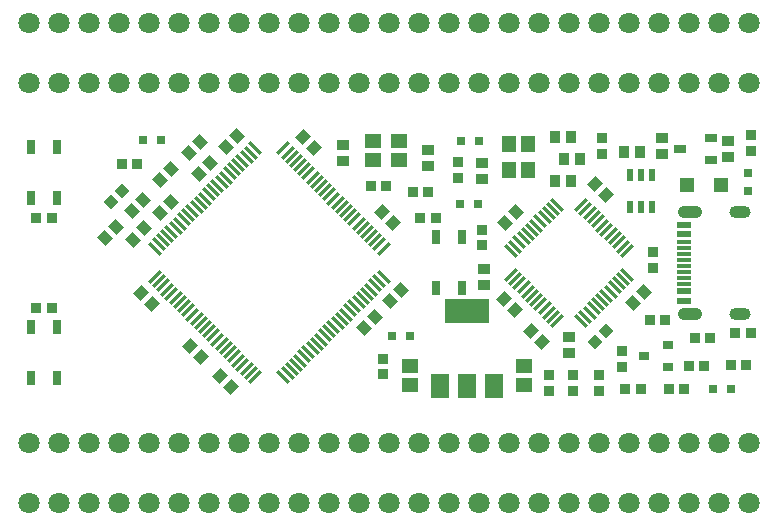
<source format=gbr>
%TF.GenerationSoftware,Altium Limited,Altium Designer,19.0.15 (446)*%
G04 Layer_Color=255*
%FSLAX45Y45*%
%MOMM*%
%TF.FileFunction,Pads,Top*%
%TF.Part,Single*%
G01*
G75*
%TA.AperFunction,SMDPad,CuDef*%
%ADD10R,1.00000X0.90000*%
%ADD11R,1.00000X0.70000*%
%ADD12R,0.85000X0.95000*%
%ADD13R,0.60000X1.00000*%
%ADD14R,0.90000X1.00000*%
G04:AMPARAMS|DCode=15|XSize=0.3mm|YSize=1.4mm|CornerRadius=0mm|HoleSize=0mm|Usage=FLASHONLY|Rotation=45.000|XOffset=0mm|YOffset=0mm|HoleType=Round|Shape=Rectangle|*
%AMROTATEDRECTD15*
4,1,4,0.38891,-0.60104,-0.60104,0.38891,-0.38891,0.60104,0.60104,-0.38891,0.38891,-0.60104,0.0*
%
%ADD15ROTATEDRECTD15*%

G04:AMPARAMS|DCode=16|XSize=0.3mm|YSize=1.4mm|CornerRadius=0mm|HoleSize=0mm|Usage=FLASHONLY|Rotation=315.000|XOffset=0mm|YOffset=0mm|HoleType=Round|Shape=Rectangle|*
%AMROTATEDRECTD16*
4,1,4,-0.60104,-0.38891,0.38891,0.60104,0.60104,0.38891,-0.38891,-0.60104,-0.60104,-0.38891,0.0*
%
%ADD16ROTATEDRECTD16*%

%ADD17R,0.95000X0.85000*%
%ADD18R,1.15000X1.40000*%
G04:AMPARAMS|DCode=19|XSize=0.95mm|YSize=0.85mm|CornerRadius=0mm|HoleSize=0mm|Usage=FLASHONLY|Rotation=135.000|XOffset=0mm|YOffset=0mm|HoleType=Round|Shape=Rectangle|*
%AMROTATEDRECTD19*
4,1,4,0.63640,-0.03535,0.03535,-0.63640,-0.63640,0.03535,-0.03535,0.63640,0.63640,-0.03535,0.0*
%
%ADD19ROTATEDRECTD19*%

%TA.AperFunction,ConnectorPad*%
%ADD20R,1.30000X0.60000*%
%ADD21R,1.30000X0.30000*%
%TA.AperFunction,SMDPad,CuDef*%
%ADD22R,0.90000X0.80000*%
%ADD23R,0.80000X0.80000*%
%ADD24R,0.80000X0.80000*%
G04:AMPARAMS|DCode=25|XSize=1mm|YSize=0.9mm|CornerRadius=0mm|HoleSize=0mm|Usage=FLASHONLY|Rotation=225.000|XOffset=0mm|YOffset=0mm|HoleType=Round|Shape=Rectangle|*
%AMROTATEDRECTD25*
4,1,4,0.03535,0.67175,0.67175,0.03535,-0.03535,-0.67175,-0.67175,-0.03535,0.03535,0.67175,0.0*
%
%ADD25ROTATEDRECTD25*%

G04:AMPARAMS|DCode=26|XSize=1mm|YSize=0.9mm|CornerRadius=0mm|HoleSize=0mm|Usage=FLASHONLY|Rotation=315.000|XOffset=0mm|YOffset=0mm|HoleType=Round|Shape=Rectangle|*
%AMROTATEDRECTD26*
4,1,4,-0.67175,0.03535,-0.03535,0.67175,0.67175,-0.03535,0.03535,-0.67175,-0.67175,0.03535,0.0*
%
%ADD26ROTATEDRECTD26*%

%ADD27R,1.20000X1.20000*%
%ADD28R,1.20000X1.20000*%
%ADD29R,1.40000X1.15000*%
%ADD30R,3.80000X2.00000*%
%ADD31R,1.50000X2.00000*%
%ADD32R,1.40000X1.30000*%
%ADD33R,0.65000X1.20000*%
%TA.AperFunction,ComponentPad*%
%ADD39C,1.80000*%
G04:AMPARAMS|DCode=40|XSize=1mm|YSize=1.8mm|CornerRadius=0.5mm|HoleSize=0mm|Usage=FLASHONLY|Rotation=90.000|XOffset=0mm|YOffset=0mm|HoleType=Round|Shape=RoundedRectangle|*
%AMROUNDEDRECTD40*
21,1,1.00000,0.80000,0,0,90.0*
21,1,0.00000,1.80000,0,0,90.0*
1,1,1.00000,0.40000,0.00000*
1,1,1.00000,0.40000,0.00000*
1,1,1.00000,-0.40000,0.00000*
1,1,1.00000,-0.40000,0.00000*
%
%ADD40ROUNDEDRECTD40*%
G04:AMPARAMS|DCode=41|XSize=1mm|YSize=2.1mm|CornerRadius=0.5mm|HoleSize=0mm|Usage=FLASHONLY|Rotation=90.000|XOffset=0mm|YOffset=0mm|HoleType=Round|Shape=RoundedRectangle|*
%AMROUNDEDRECTD41*
21,1,1.00000,1.10000,0,0,90.0*
21,1,0.00000,2.10000,0,0,90.0*
1,1,1.00000,0.55000,0.00000*
1,1,1.00000,0.55000,0.00000*
1,1,1.00000,-0.55000,0.00000*
1,1,1.00000,-0.55000,0.00000*
%
%ADD41ROUNDEDRECTD41*%
D10*
X12268200Y8009700D02*
D03*
Y8144700D02*
D03*
X11709400Y8170100D02*
D03*
Y8035100D02*
D03*
X10185400Y7825481D02*
D03*
Y7960481D02*
D03*
X10922000Y6352100D02*
D03*
Y6487100D02*
D03*
X9004300Y8106600D02*
D03*
Y7971600D02*
D03*
X9728200Y7933500D02*
D03*
Y8068500D02*
D03*
X10198100Y6924292D02*
D03*
Y7059292D02*
D03*
D11*
X12118800Y7982200D02*
D03*
Y8172200D02*
D03*
X11858800Y8077200D02*
D03*
D12*
X11606300Y6629400D02*
D03*
X11736300D02*
D03*
X11893750Y6045200D02*
D03*
X11763750D02*
D03*
X11987300Y6477000D02*
D03*
X12117300D02*
D03*
X11936500Y6235700D02*
D03*
X12066500D02*
D03*
X12330200Y6515100D02*
D03*
X12460200D02*
D03*
X12292100Y6248400D02*
D03*
X12422100D02*
D03*
X11528639Y6045200D02*
D03*
X11398639D02*
D03*
X9374100Y7759700D02*
D03*
X9244100D02*
D03*
X9729700Y7708900D02*
D03*
X9599700D02*
D03*
X7135900Y7950200D02*
D03*
X7265900D02*
D03*
X9663200Y7493000D02*
D03*
X9793200D02*
D03*
X6542000Y6731000D02*
D03*
X6412000D02*
D03*
X6542000Y7493000D02*
D03*
X6412000D02*
D03*
D13*
X11626600Y7584100D02*
D03*
X11531600D02*
D03*
X11436600D02*
D03*
Y7859100D02*
D03*
X11531600D02*
D03*
X11626600D02*
D03*
D14*
X11522900Y8051800D02*
D03*
X11387900D02*
D03*
X10879900Y7988300D02*
D03*
X11014900D02*
D03*
X10938700Y8178800D02*
D03*
X10803700D02*
D03*
X10938700Y7804150D02*
D03*
X10803700D02*
D03*
D15*
X10819470Y7603439D02*
D03*
X10784114Y7568084D02*
D03*
X10748759Y7532728D02*
D03*
X10713404Y7497373D02*
D03*
X10678048Y7462018D02*
D03*
X10642693Y7426662D02*
D03*
X10607337Y7391307D02*
D03*
X10571982Y7355952D02*
D03*
X10536627Y7320596D02*
D03*
X10501271Y7285241D02*
D03*
X10465916Y7249886D02*
D03*
X10430561Y7214530D02*
D03*
X11024531Y6620561D02*
D03*
X11059886Y6655916D02*
D03*
X11095241Y6691271D02*
D03*
X11130597Y6726627D02*
D03*
X11165952Y6761982D02*
D03*
X11201307Y6797337D02*
D03*
X11236663Y6832693D02*
D03*
X11272018Y6868048D02*
D03*
X11307373Y6903403D02*
D03*
X11342729Y6938759D02*
D03*
X11378084Y6974114D02*
D03*
X11413439Y7009469D02*
D03*
X9350736Y6991792D02*
D03*
X9315381Y6956436D02*
D03*
X9280026Y6921081D02*
D03*
X9244670Y6885726D02*
D03*
X9209315Y6850371D02*
D03*
X9173960Y6815015D02*
D03*
X9138604Y6779660D02*
D03*
X9103249Y6744305D02*
D03*
X9067894Y6708949D02*
D03*
X9032538Y6673594D02*
D03*
X8997183Y6638238D02*
D03*
X8961827Y6602883D02*
D03*
X8926472Y6567528D02*
D03*
X8891117Y6532173D02*
D03*
X8855762Y6496817D02*
D03*
X8820406Y6461462D02*
D03*
X8785051Y6426106D02*
D03*
X8749695Y6390751D02*
D03*
X8714340Y6355396D02*
D03*
X8678985Y6320040D02*
D03*
X8643629Y6284685D02*
D03*
X8608274Y6249330D02*
D03*
X8572919Y6213974D02*
D03*
X8537564Y6178619D02*
D03*
X8502208Y6143264D02*
D03*
X7413264Y7232208D02*
D03*
X7448619Y7267564D02*
D03*
X7483974Y7302919D02*
D03*
X7519330Y7338274D02*
D03*
X7554685Y7373629D02*
D03*
X7590040Y7408985D02*
D03*
X7625396Y7444340D02*
D03*
X7660751Y7479695D02*
D03*
X7696106Y7515051D02*
D03*
X7731462Y7550406D02*
D03*
X7766817Y7585762D02*
D03*
X7802173Y7621117D02*
D03*
X7837528Y7656472D02*
D03*
X7872883Y7691827D02*
D03*
X7908238Y7727183D02*
D03*
X7943594Y7762538D02*
D03*
X7978949Y7797894D02*
D03*
X8014305Y7833249D02*
D03*
X8049660Y7868604D02*
D03*
X8085015Y7903960D02*
D03*
X8120371Y7939315D02*
D03*
X8155726Y7974670D02*
D03*
X8191081Y8010026D02*
D03*
X8226436Y8045381D02*
D03*
X8261792Y8080736D02*
D03*
D16*
X10430561Y7009469D02*
D03*
X10465916Y6974114D02*
D03*
X10501271Y6938759D02*
D03*
X10536627Y6903403D02*
D03*
X10571982Y6868048D02*
D03*
X10607337Y6832693D02*
D03*
X10642693Y6797337D02*
D03*
X10678048Y6761982D02*
D03*
X10713403Y6726627D02*
D03*
X10748759Y6691271D02*
D03*
X10784114Y6655916D02*
D03*
X10819469Y6620561D02*
D03*
X11413439Y7214530D02*
D03*
X11378084Y7249886D02*
D03*
X11342729Y7285241D02*
D03*
X11307373Y7320596D02*
D03*
X11272018Y7355952D02*
D03*
X11236663Y7391307D02*
D03*
X11201307Y7426662D02*
D03*
X11165952Y7462018D02*
D03*
X11130596Y7497373D02*
D03*
X11095241Y7532728D02*
D03*
X11059886Y7568084D02*
D03*
X11024530Y7603439D02*
D03*
X8502208Y8080736D02*
D03*
X8537564Y8045381D02*
D03*
X8572919Y8010026D02*
D03*
X8608274Y7974670D02*
D03*
X8643629Y7939315D02*
D03*
X8678985Y7903960D02*
D03*
X8714340Y7868604D02*
D03*
X8749695Y7833249D02*
D03*
X8785051Y7797894D02*
D03*
X8820406Y7762538D02*
D03*
X8855762Y7727183D02*
D03*
X8891117Y7691827D02*
D03*
X8926472Y7656472D02*
D03*
X8961827Y7621117D02*
D03*
X8997183Y7585762D02*
D03*
X9032538Y7550406D02*
D03*
X9067894Y7515051D02*
D03*
X9103249Y7479695D02*
D03*
X9138604Y7444340D02*
D03*
X9173960Y7408985D02*
D03*
X9209315Y7373629D02*
D03*
X9244670Y7338274D02*
D03*
X9280026Y7302919D02*
D03*
X9315381Y7267564D02*
D03*
X9350736Y7232208D02*
D03*
X8261792Y6143264D02*
D03*
X8226436Y6178619D02*
D03*
X8191081Y6213974D02*
D03*
X8155726Y6249330D02*
D03*
X8120371Y6284685D02*
D03*
X8085015Y6320040D02*
D03*
X8049660Y6355396D02*
D03*
X8014305Y6390751D02*
D03*
X7978949Y6426106D02*
D03*
X7943594Y6461462D02*
D03*
X7908238Y6496817D02*
D03*
X7872883Y6532173D02*
D03*
X7837528Y6567528D02*
D03*
X7802173Y6602883D02*
D03*
X7766817Y6638238D02*
D03*
X7731462Y6673594D02*
D03*
X7696106Y6708949D02*
D03*
X7660751Y6744305D02*
D03*
X7625396Y6779660D02*
D03*
X7590040Y6815015D02*
D03*
X7554685Y6850371D02*
D03*
X7519330Y6885726D02*
D03*
X7483974Y6921081D02*
D03*
X7448619Y6956436D02*
D03*
X7413264Y6991792D02*
D03*
D17*
X11201307Y8167600D02*
D03*
Y8037600D02*
D03*
X11176000Y6031000D02*
D03*
Y6161000D02*
D03*
X11633200Y7072400D02*
D03*
Y7202400D02*
D03*
X10748759Y6161000D02*
D03*
Y6031000D02*
D03*
X10951400Y6031000D02*
D03*
Y6161000D02*
D03*
X11366500Y6234200D02*
D03*
Y6364200D02*
D03*
X12458700Y8063000D02*
D03*
Y8193000D02*
D03*
X10185400Y7392900D02*
D03*
Y7262900D02*
D03*
X9347200Y6170700D02*
D03*
Y6300700D02*
D03*
X9982200Y7962281D02*
D03*
Y7832281D02*
D03*
D18*
X10410200Y8117281D02*
D03*
X10570200D02*
D03*
X10410200Y7897281D02*
D03*
X10570200D02*
D03*
D19*
X11142738Y6443738D02*
D03*
X11234662Y6535662D02*
D03*
X7040638Y7624838D02*
D03*
X7132562Y7716762D02*
D03*
D20*
X11890750Y7432000D02*
D03*
Y7352000D02*
D03*
Y6792000D02*
D03*
Y6872000D02*
D03*
D21*
Y7287000D02*
D03*
Y7237000D02*
D03*
Y7187000D02*
D03*
Y7137000D02*
D03*
Y7087000D02*
D03*
Y7037000D02*
D03*
Y6987000D02*
D03*
Y6937000D02*
D03*
D22*
X11758600Y6229600D02*
D03*
Y6419600D02*
D03*
X11558600Y6324600D02*
D03*
D23*
X12433300Y7722800D02*
D03*
Y7872800D02*
D03*
D24*
X12142400Y6045200D02*
D03*
X12292400D02*
D03*
X7316400Y8153400D02*
D03*
X7466400D02*
D03*
X9574600Y6489700D02*
D03*
X9424600D02*
D03*
X10146100Y7607300D02*
D03*
X9996100D02*
D03*
X10158800Y8144700D02*
D03*
X10008800D02*
D03*
D25*
X11236430Y7686570D02*
D03*
X11140970Y7782030D02*
D03*
X10594870Y6537430D02*
D03*
X10690330Y6441970D02*
D03*
X7388330Y6759470D02*
D03*
X7292870Y6854930D02*
D03*
X8061430Y6060970D02*
D03*
X7965970Y6156430D02*
D03*
X8666611Y8175730D02*
D03*
X8762070Y8080270D02*
D03*
X9433030Y7445270D02*
D03*
X9337570Y7540730D02*
D03*
X10461729Y6708671D02*
D03*
X10366271Y6804129D02*
D03*
X7807430Y6314970D02*
D03*
X7711970Y6410430D02*
D03*
D26*
X10474430Y7540730D02*
D03*
X10378970Y7445270D02*
D03*
X11458470Y6772170D02*
D03*
X11553930Y6867630D02*
D03*
X7229370Y7308222D02*
D03*
X7324830Y7403682D02*
D03*
X7312130Y7642330D02*
D03*
X7216670Y7546870D02*
D03*
X6988070Y7318270D02*
D03*
X7083530Y7413730D02*
D03*
X8016770Y8092970D02*
D03*
X8112230Y8188430D02*
D03*
X7788170Y7864370D02*
D03*
X7883630Y7959830D02*
D03*
X7553430Y7629630D02*
D03*
X7457970Y7534170D02*
D03*
X9496529Y6880422D02*
D03*
X9401071Y6784963D02*
D03*
X7457970Y7813570D02*
D03*
X7553430Y7909030D02*
D03*
X7699270Y8042170D02*
D03*
X7794730Y8137630D02*
D03*
X9280630Y6651730D02*
D03*
X9185170Y6556270D02*
D03*
D27*
X11922000Y7772400D02*
D03*
D28*
X12208000D02*
D03*
D29*
X9482600Y8144500D02*
D03*
Y7984500D02*
D03*
X9262600Y8144500D02*
D03*
Y7984500D02*
D03*
D30*
X10058400Y6703100D02*
D03*
D31*
X10288400Y6073100D02*
D03*
X10058400D02*
D03*
X9828400D02*
D03*
D32*
X9575800Y6077464D02*
D03*
Y6237464D02*
D03*
X10541000Y6077464D02*
D03*
Y6237464D02*
D03*
D33*
X10013500Y6897000D02*
D03*
X9798500D02*
D03*
Y7327000D02*
D03*
X10013500D02*
D03*
X6584500Y6135000D02*
D03*
X6369500D02*
D03*
Y6565000D02*
D03*
X6584500D02*
D03*
X6369500Y8089000D02*
D03*
X6584500D02*
D03*
Y7659000D02*
D03*
X6369500D02*
D03*
D39*
X7112000Y8636000D02*
D03*
X6604000D02*
D03*
X6858000D02*
D03*
X6350000D02*
D03*
X7366000D02*
D03*
X7874000D02*
D03*
X7620000D02*
D03*
X9652000D02*
D03*
X9398000D02*
D03*
X9906000D02*
D03*
X10160000D02*
D03*
X9144000D02*
D03*
X8890000D02*
D03*
X8382000D02*
D03*
X8636000D02*
D03*
X8128000D02*
D03*
X10414000D02*
D03*
X10922000D02*
D03*
X10668000D02*
D03*
X11176000D02*
D03*
X11430000D02*
D03*
X12446000D02*
D03*
X12192000D02*
D03*
X11684000D02*
D03*
X11938000D02*
D03*
X7112000Y5080000D02*
D03*
X6604000D02*
D03*
X6858000D02*
D03*
X6350000D02*
D03*
X7366000D02*
D03*
X7874000D02*
D03*
X7620000D02*
D03*
X9652000D02*
D03*
X9398000D02*
D03*
X9906000D02*
D03*
X10160000D02*
D03*
X9144000D02*
D03*
X8890000D02*
D03*
X8382000D02*
D03*
X8636000D02*
D03*
X8128000D02*
D03*
X10414000D02*
D03*
X10922000D02*
D03*
X10668000D02*
D03*
X11176000D02*
D03*
X11430000D02*
D03*
X12446000D02*
D03*
X12192000D02*
D03*
X11684000D02*
D03*
X11938000D02*
D03*
X7112000Y9144000D02*
D03*
X6604000D02*
D03*
X6858000D02*
D03*
X6350000D02*
D03*
X7366000D02*
D03*
X7874000D02*
D03*
X7620000D02*
D03*
X9652000D02*
D03*
X9398000D02*
D03*
X9906000D02*
D03*
X10160000D02*
D03*
X9144000D02*
D03*
X8890000D02*
D03*
X8382000D02*
D03*
X8636000D02*
D03*
X8128000D02*
D03*
X10414000D02*
D03*
X10922000D02*
D03*
X10668000D02*
D03*
X11176000D02*
D03*
X11430000D02*
D03*
X12446000D02*
D03*
X12192000D02*
D03*
X11684000D02*
D03*
X11938000D02*
D03*
X7112000Y5588000D02*
D03*
X6604000D02*
D03*
X6858000D02*
D03*
X6350000D02*
D03*
X7366000D02*
D03*
X7874000D02*
D03*
X7620000D02*
D03*
X9652000D02*
D03*
X9398000D02*
D03*
X9906000D02*
D03*
X10160000D02*
D03*
X9144000D02*
D03*
X8890000D02*
D03*
X8382000D02*
D03*
X8636000D02*
D03*
X8128000D02*
D03*
X10414000D02*
D03*
X10922000D02*
D03*
X10668000D02*
D03*
X11176000D02*
D03*
X11430000D02*
D03*
X12446000D02*
D03*
X12192000D02*
D03*
X11684000D02*
D03*
X11938000D02*
D03*
D40*
X12366250Y7544000D02*
D03*
Y6680000D02*
D03*
D41*
X11948250Y7544000D02*
D03*
Y6680000D02*
D03*
%TF.MD5,b0010aa89650e902dcae3574d20eea5a*%
M02*

</source>
